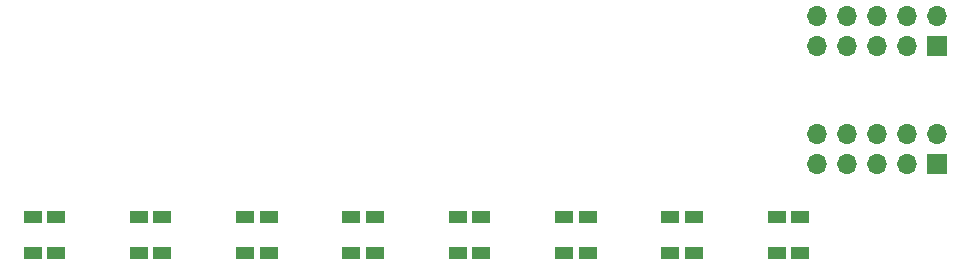
<source format=gts>
G04 #@! TF.GenerationSoftware,KiCad,Pcbnew,(5.1.6-0-10_14)*
G04 #@! TF.CreationDate,2020-08-11T10:06:07+09:00*
G04 #@! TF.ProjectId,qPCR-photoarray,71504352-2d70-4686-9f74-6f6172726179,rev?*
G04 #@! TF.SameCoordinates,Original*
G04 #@! TF.FileFunction,Soldermask,Top*
G04 #@! TF.FilePolarity,Negative*
%FSLAX46Y46*%
G04 Gerber Fmt 4.6, Leading zero omitted, Abs format (unit mm)*
G04 Created by KiCad (PCBNEW (5.1.6-0-10_14)) date 2020-08-11 10:06:07*
%MOMM*%
%LPD*%
G01*
G04 APERTURE LIST*
%ADD10R,1.700000X1.700000*%
%ADD11O,1.700000X1.700000*%
%ADD12R,1.600000X1.000000*%
G04 APERTURE END LIST*
D10*
G04 #@! TO.C,U2*
X193095000Y-102000000D03*
D11*
X193095000Y-99460000D03*
X190555000Y-102000000D03*
X190555000Y-99460000D03*
X188015000Y-102000000D03*
X188015000Y-99460000D03*
X185475000Y-102000000D03*
X185475000Y-99460000D03*
X182935000Y-102000000D03*
X182935000Y-99460000D03*
G04 #@! TD*
D12*
G04 #@! TO.C,D10*
X154500000Y-106500000D03*
X154500000Y-109500000D03*
G04 #@! TD*
G04 #@! TO.C,D4*
X127500000Y-106500000D03*
X127500000Y-109500000D03*
G04 #@! TD*
G04 #@! TO.C,D2*
X118500000Y-106500000D03*
X118500000Y-109500000D03*
G04 #@! TD*
G04 #@! TO.C,D1*
X116500000Y-106500000D03*
X116500000Y-109500000D03*
G04 #@! TD*
G04 #@! TO.C,D3*
X125500000Y-106500000D03*
X125500000Y-109500000D03*
G04 #@! TD*
G04 #@! TO.C,D5*
X134500000Y-106500000D03*
X134500000Y-109500000D03*
G04 #@! TD*
G04 #@! TO.C,D6*
X136500000Y-106500000D03*
X136500000Y-109500000D03*
G04 #@! TD*
G04 #@! TO.C,D7*
X143500000Y-106500000D03*
X143500000Y-109500000D03*
G04 #@! TD*
G04 #@! TO.C,D8*
X145500000Y-106500000D03*
X145500000Y-109500000D03*
G04 #@! TD*
G04 #@! TO.C,D9*
X152500000Y-106500000D03*
X152500000Y-109500000D03*
G04 #@! TD*
G04 #@! TO.C,D11*
X161500000Y-106500000D03*
X161500000Y-109500000D03*
G04 #@! TD*
G04 #@! TO.C,D12*
X163500000Y-106500000D03*
X163500000Y-109500000D03*
G04 #@! TD*
G04 #@! TO.C,D13*
X170500000Y-106500000D03*
X170500000Y-109500000D03*
G04 #@! TD*
G04 #@! TO.C,D14*
X172500000Y-106500000D03*
X172500000Y-109500000D03*
G04 #@! TD*
G04 #@! TO.C,D15*
X179500000Y-106500000D03*
X179500000Y-109500000D03*
G04 #@! TD*
G04 #@! TO.C,D16*
X181500000Y-106500000D03*
X181500000Y-109500000D03*
G04 #@! TD*
D11*
G04 #@! TO.C,U1*
X182935000Y-89460000D03*
X182935000Y-92000000D03*
X185475000Y-89460000D03*
X185475000Y-92000000D03*
X188015000Y-89460000D03*
X188015000Y-92000000D03*
X190555000Y-89460000D03*
X190555000Y-92000000D03*
X193095000Y-89460000D03*
D10*
X193095000Y-92000000D03*
G04 #@! TD*
M02*

</source>
